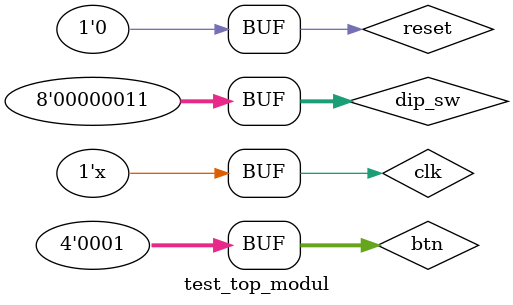
<source format=v>
`timescale 1ns / 1ps

module test_top_modul;

	// Inputs
	reg clk;
	reg reset;
	reg [7:0] dip_sw;
	reg [3:0] btn;

	// Outputs
	wire [7:0] leds;

	// Instantiate the Unit Under Test (UUT)
	szamologep uut (
		.clk(clk), 
		.reset(reset), 
		.dip_sw(dip_sw), 
		.btn(btn), 
		.leds(leds)
	);

	initial begin
		// Initialize Inputs
		clk = 0;
		reset = 1;
		dip_sw = 0;
		btn = 0;

		// Wait 100 ns for global reset to finish
		#100;
		reset = 0;
		// Add stimulus here
		// ************* opA ************
		dip_sw = 15;
		btn = 8;
		#50
		//btn = 0;
		#100
		// ******************************
		
		// ************* op ************
		dip_sw = 1;
		btn = 4;
		#50
		//btn = 0;
		#100
		// ******************************
		
		// ************* opB ************
		dip_sw = 3;
		btn = 2;
		#50
		//btn = 0;
		#100
		// ******************************
		btn = 1;
		//btn = 0;
	end

	always #5 clk = ~clk;

endmodule


</source>
